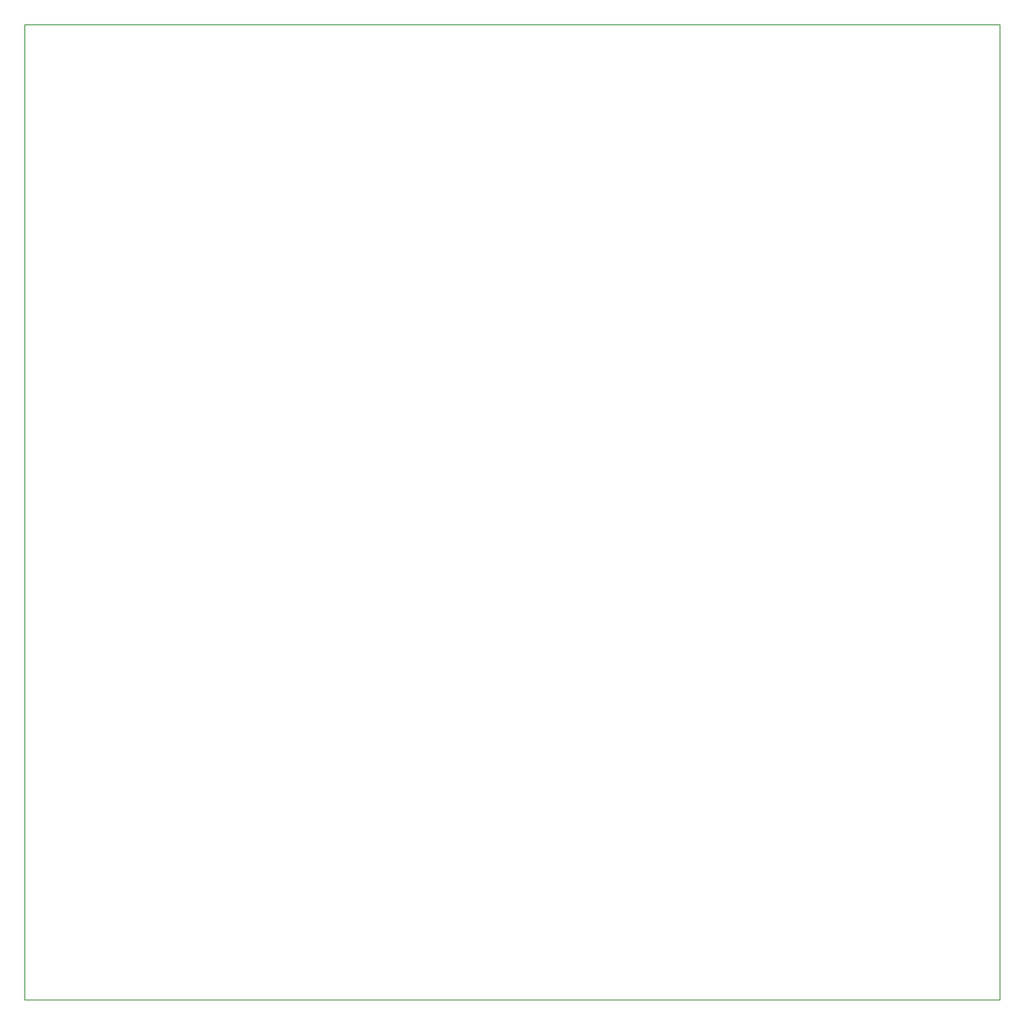
<source format=gbr>
%TF.GenerationSoftware,KiCad,Pcbnew,9.0.6-9.0.6~ubuntu22.04.1*%
%TF.CreationDate,2026-01-06T15:49:20-05:00*%
%TF.ProjectId,Hyperdrift-Grid,48797065-7264-4726-9966-742d47726964,rev?*%
%TF.SameCoordinates,Original*%
%TF.FileFunction,Profile,NP*%
%FSLAX46Y46*%
G04 Gerber Fmt 4.6, Leading zero omitted, Abs format (unit mm)*
G04 Created by KiCad (PCBNEW 9.0.6-9.0.6~ubuntu22.04.1) date 2026-01-06 15:49:20*
%MOMM*%
%LPD*%
G01*
G04 APERTURE LIST*
%TA.AperFunction,Profile*%
%ADD10C,0.050000*%
%TD*%
G04 APERTURE END LIST*
D10*
X80000000Y-40000000D02*
X178000000Y-40000000D01*
X178000000Y-138000000D01*
X80000000Y-138000000D01*
X80000000Y-40000000D01*
M02*

</source>
